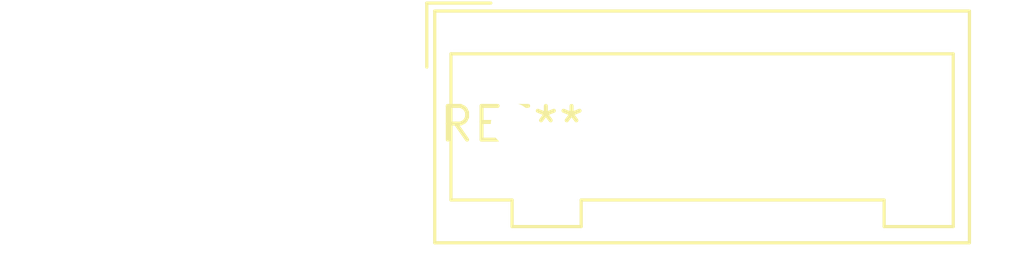
<source format=kicad_pcb>
(kicad_pcb (version 20240108) (generator pcbnew)
  (layers (0 "F.Cu" signal) (31 "B.Cu" signal) (34 "B.Paste" user) (35 "F.Paste" user) (36 "B.SilkS" user "B.Silkscreen") (37 "F.SilkS" user "F.Silkscreen") (38 "B.Mask" user) (39 "F.Mask" user) (44 "Edge.Cuts" user))
  (net 0 "")
  (footprint "Wago_734-135_1x05_P3.50mm_Vertical" (layer "F.Cu") (at 0 0)
    (property "Reference" "REF**")
    (property "Value" "Wago_734-135_1x05_P3.50mm_Vertical")
    (fp_line (start -3.21 -4.56) (end -0.8 -4.56) (layer "F.SilkS") (stroke (width 0.12)))
    (fp_line (start -3.21 -2.15) (end -3.21 -4.56) (layer "F.SilkS") (stroke (width 0.12)))
    (fp_line (start -2.91 -4.26) (end -2.91 4.46) (layer "F.SilkS") (stroke (width 0.12)))
    (fp_line (start -2.91 4.46) (end 17.21 4.46) (layer "F.SilkS") (stroke (width 0.12)))
    (fp_line (start -2.3 -2.65) (end -2.3 2.85) (layer "F.SilkS") (stroke (width 0.12)))
    (fp_line (start -2.3 2.85) (end 0 2.85) (layer "F.SilkS") (stroke (width 0.12)))
    (fp_line (start 0 2.85) (end 0 3.85) (layer "F.SilkS") (stroke (width 0.12)))
    (fp_line (start 0 3.85) (end 2.6 3.85) (layer "F.SilkS") (stroke (width 0.12)))
    (fp_line (start 2.6 2.85) (end 14 2.85) (layer "F.SilkS") (stroke (width 0.12)))
    (fp_line (start 2.6 3.85) (end 2.6 2.85) (layer "F.SilkS") (stroke (width 0.12)))
    (fp_line (start 14 2.85) (end 14 3.85) (layer "F.SilkS") (stroke (width 0.12)))
    (fp_line (start 14 3.85) (end 16.6 3.85) (layer "F.SilkS") (stroke (width 0.12)))
    (fp_line (start 16.6 -2.65) (end -2.3 -2.65) (layer "F.SilkS") (stroke (width 0.12)))
    (fp_line (start 16.6 3.85) (end 16.6 -2.65) (layer "F.SilkS") (stroke (width 0.12)))
    (fp_line (start 17.21 -4.26) (end -2.91 -4.26) (layer "F.SilkS") (stroke (width 0.12)))
    (fp_line (start 17.21 4.46) (end 17.21 -4.26) (layer "F.SilkS") (stroke (width 0.12)))
    (pad "1" thru_hole roundrect (at 0 0) (size 2 2.6) (drill 1.6) (layers *.Cu *.Mask) (remove_unused_layers) (roundrect_rratio 0.125))
    (pad "2" thru_hole oval (at 3.5 0) (size 2 2.6) (drill 1.6) (layers *.Cu *.Mask) (remove_unused_layers))
    (pad "3" thru_hole oval (at 7 0) (size 2 2.6) (drill 1.6) (layers *.Cu *.Mask) (remove_unused_layers))
    (pad "4" thru_hole oval (at 10.5 0) (size 2 2.6) (drill 1.6) (layers *.Cu *.Mask) (remove_unused_layers))
    (pad "5" thru_hole oval (at 14 0) (size 2 2.6) (drill 1.6) (layers *.Cu *.Mask) (remove_unused_layers))
  )
)
</source>
